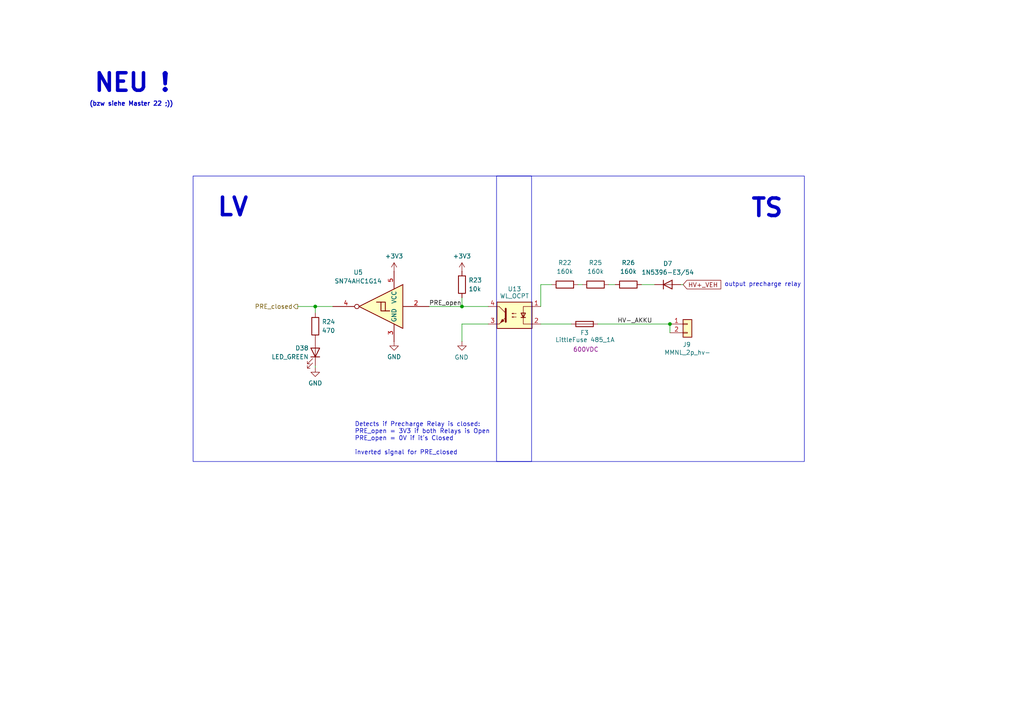
<source format=kicad_sch>
(kicad_sch
	(version 20231120)
	(generator "eeschema")
	(generator_version "8.0")
	(uuid "147e6aec-331a-4a67-bc56-2e8ecabcaa8b")
	(paper "A4")
	(lib_symbols
		(symbol "74xGxx:74LVC1G14"
			(exclude_from_sim no)
			(in_bom yes)
			(on_board yes)
			(property "Reference" "U"
				(at 0 3.81 0)
				(effects
					(font
						(size 1.27 1.27)
					)
					(justify left)
				)
			)
			(property "Value" "74LVC1G14"
				(at 0 -3.81 0)
				(effects
					(font
						(size 1.27 1.27)
					)
					(justify left)
				)
			)
			(property "Footprint" ""
				(at 0 0 0)
				(effects
					(font
						(size 1.27 1.27)
					)
					(hide yes)
				)
			)
			(property "Datasheet" "https://www.ti.com/lit/sg/scyt129e/scyt129e.pdf"
				(at 0 -6.35 0)
				(effects
					(font
						(size 1.27 1.27)
					)
					(justify left)
					(hide yes)
				)
			)
			(property "Description" "Single Schmitt NOT Gate, Low-Voltage CMOS"
				(at 0 0 0)
				(effects
					(font
						(size 1.27 1.27)
					)
					(hide yes)
				)
			)
			(property "ki_keywords" "Single Gate NOT Schmitt LVC CMOS"
				(at 0 0 0)
				(effects
					(font
						(size 1.27 1.27)
					)
					(hide yes)
				)
			)
			(property "ki_fp_filters" "SOT?23* SOT?553*"
				(at 0 0 0)
				(effects
					(font
						(size 1.27 1.27)
					)
					(hide yes)
				)
			)
			(symbol "74LVC1G14_0_1"
				(polyline
					(pts
						(xy -7.62 6.35) (xy -7.62 -6.35) (xy 5.08 0) (xy -7.62 6.35)
					)
					(stroke
						(width 0.254)
						(type default)
					)
					(fill
						(type background)
					)
				)
			)
			(symbol "74LVC1G14_1_1"
				(polyline
					(pts
						(xy -3.81 -1.27) (xy -1.27 -1.27) (xy -1.27 1.27)
					)
					(stroke
						(width 0.254)
						(type default)
					)
					(fill
						(type none)
					)
				)
				(polyline
					(pts
						(xy -2.54 -1.27) (xy -2.54 1.27) (xy 0 1.27)
					)
					(stroke
						(width 0.254)
						(type default)
					)
					(fill
						(type none)
					)
				)
				(pin no_connect line
					(at -7.62 5.08 180)
					(length 5.08) hide
					(name "NC"
						(effects
							(font
								(size 1.27 1.27)
							)
						)
					)
					(number "1"
						(effects
							(font
								(size 1.27 1.27)
							)
						)
					)
				)
				(pin input line
					(at -15.24 0 0)
					(length 7.62)
					(name "~"
						(effects
							(font
								(size 1.27 1.27)
							)
						)
					)
					(number "2"
						(effects
							(font
								(size 1.27 1.27)
							)
						)
					)
				)
				(pin power_in line
					(at -5.08 -10.16 90)
					(length 5.08)
					(name "GND"
						(effects
							(font
								(size 1.27 1.27)
							)
						)
					)
					(number "3"
						(effects
							(font
								(size 1.27 1.27)
							)
						)
					)
				)
				(pin output inverted
					(at 12.7 0 180)
					(length 7.62)
					(name "~"
						(effects
							(font
								(size 1.27 1.27)
							)
						)
					)
					(number "4"
						(effects
							(font
								(size 1.27 1.27)
							)
						)
					)
				)
				(pin power_in line
					(at -5.08 10.16 270)
					(length 5.08)
					(name "VCC"
						(effects
							(font
								(size 1.27 1.27)
							)
						)
					)
					(number "5"
						(effects
							(font
								(size 1.27 1.27)
							)
						)
					)
				)
			)
		)
		(symbol "Connector_Generic:Conn_01x02"
			(pin_names
				(offset 1.016) hide)
			(exclude_from_sim no)
			(in_bom yes)
			(on_board yes)
			(property "Reference" "J"
				(at 0 2.54 0)
				(effects
					(font
						(size 1.27 1.27)
					)
				)
			)
			(property "Value" "Conn_01x02"
				(at 0 -5.08 0)
				(effects
					(font
						(size 1.27 1.27)
					)
				)
			)
			(property "Footprint" ""
				(at 0 0 0)
				(effects
					(font
						(size 1.27 1.27)
					)
					(hide yes)
				)
			)
			(property "Datasheet" "~"
				(at 0 0 0)
				(effects
					(font
						(size 1.27 1.27)
					)
					(hide yes)
				)
			)
			(property "Description" "Generic connector, single row, 01x02, script generated (kicad-library-utils/schlib/autogen/connector/)"
				(at 0 0 0)
				(effects
					(font
						(size 1.27 1.27)
					)
					(hide yes)
				)
			)
			(property "ki_keywords" "connector"
				(at 0 0 0)
				(effects
					(font
						(size 1.27 1.27)
					)
					(hide yes)
				)
			)
			(property "ki_fp_filters" "Connector*:*_1x??_*"
				(at 0 0 0)
				(effects
					(font
						(size 1.27 1.27)
					)
					(hide yes)
				)
			)
			(symbol "Conn_01x02_1_1"
				(rectangle
					(start -1.27 -2.413)
					(end 0 -2.667)
					(stroke
						(width 0.1524)
						(type default)
					)
					(fill
						(type none)
					)
				)
				(rectangle
					(start -1.27 0.127)
					(end 0 -0.127)
					(stroke
						(width 0.1524)
						(type default)
					)
					(fill
						(type none)
					)
				)
				(rectangle
					(start -1.27 1.27)
					(end 1.27 -3.81)
					(stroke
						(width 0.254)
						(type default)
					)
					(fill
						(type background)
					)
				)
				(pin passive line
					(at -5.08 0 0)
					(length 3.81)
					(name "Pin_1"
						(effects
							(font
								(size 1.27 1.27)
							)
						)
					)
					(number "1"
						(effects
							(font
								(size 1.27 1.27)
							)
						)
					)
				)
				(pin passive line
					(at -5.08 -2.54 0)
					(length 3.81)
					(name "Pin_2"
						(effects
							(font
								(size 1.27 1.27)
							)
						)
					)
					(number "2"
						(effects
							(font
								(size 1.27 1.27)
							)
						)
					)
				)
			)
		)
		(symbol "Device:D"
			(pin_numbers hide)
			(pin_names
				(offset 1.016) hide)
			(exclude_from_sim no)
			(in_bom yes)
			(on_board yes)
			(property "Reference" "D"
				(at 0 2.54 0)
				(effects
					(font
						(size 1.27 1.27)
					)
				)
			)
			(property "Value" "D"
				(at 0 -2.54 0)
				(effects
					(font
						(size 1.27 1.27)
					)
				)
			)
			(property "Footprint" ""
				(at 0 0 0)
				(effects
					(font
						(size 1.27 1.27)
					)
					(hide yes)
				)
			)
			(property "Datasheet" "~"
				(at 0 0 0)
				(effects
					(font
						(size 1.27 1.27)
					)
					(hide yes)
				)
			)
			(property "Description" "Diode"
				(at 0 0 0)
				(effects
					(font
						(size 1.27 1.27)
					)
					(hide yes)
				)
			)
			(property "ki_keywords" "diode"
				(at 0 0 0)
				(effects
					(font
						(size 1.27 1.27)
					)
					(hide yes)
				)
			)
			(property "ki_fp_filters" "TO-???* *_Diode_* *SingleDiode* D_*"
				(at 0 0 0)
				(effects
					(font
						(size 1.27 1.27)
					)
					(hide yes)
				)
			)
			(symbol "D_0_1"
				(polyline
					(pts
						(xy -1.27 1.27) (xy -1.27 -1.27)
					)
					(stroke
						(width 0.254)
						(type default)
					)
					(fill
						(type none)
					)
				)
				(polyline
					(pts
						(xy 1.27 0) (xy -1.27 0)
					)
					(stroke
						(width 0)
						(type default)
					)
					(fill
						(type none)
					)
				)
				(polyline
					(pts
						(xy 1.27 1.27) (xy 1.27 -1.27) (xy -1.27 0) (xy 1.27 1.27)
					)
					(stroke
						(width 0.254)
						(type default)
					)
					(fill
						(type none)
					)
				)
			)
			(symbol "D_1_1"
				(pin passive line
					(at -3.81 0 0)
					(length 2.54)
					(name "K"
						(effects
							(font
								(size 1.27 1.27)
							)
						)
					)
					(number "1"
						(effects
							(font
								(size 1.27 1.27)
							)
						)
					)
				)
				(pin passive line
					(at 3.81 0 180)
					(length 2.54)
					(name "A"
						(effects
							(font
								(size 1.27 1.27)
							)
						)
					)
					(number "2"
						(effects
							(font
								(size 1.27 1.27)
							)
						)
					)
				)
			)
		)
		(symbol "Device:LED"
			(pin_numbers hide)
			(pin_names
				(offset 1.016) hide)
			(exclude_from_sim no)
			(in_bom yes)
			(on_board yes)
			(property "Reference" "D"
				(at 0 2.54 0)
				(effects
					(font
						(size 1.27 1.27)
					)
				)
			)
			(property "Value" "LED"
				(at 0 -2.54 0)
				(effects
					(font
						(size 1.27 1.27)
					)
				)
			)
			(property "Footprint" ""
				(at 0 0 0)
				(effects
					(font
						(size 1.27 1.27)
					)
					(hide yes)
				)
			)
			(property "Datasheet" "~"
				(at 0 0 0)
				(effects
					(font
						(size 1.27 1.27)
					)
					(hide yes)
				)
			)
			(property "Description" "Light emitting diode"
				(at 0 0 0)
				(effects
					(font
						(size 1.27 1.27)
					)
					(hide yes)
				)
			)
			(property "ki_keywords" "LED diode"
				(at 0 0 0)
				(effects
					(font
						(size 1.27 1.27)
					)
					(hide yes)
				)
			)
			(property "ki_fp_filters" "LED* LED_SMD:* LED_THT:*"
				(at 0 0 0)
				(effects
					(font
						(size 1.27 1.27)
					)
					(hide yes)
				)
			)
			(symbol "LED_0_1"
				(polyline
					(pts
						(xy -1.27 -1.27) (xy -1.27 1.27)
					)
					(stroke
						(width 0.254)
						(type default)
					)
					(fill
						(type none)
					)
				)
				(polyline
					(pts
						(xy -1.27 0) (xy 1.27 0)
					)
					(stroke
						(width 0)
						(type default)
					)
					(fill
						(type none)
					)
				)
				(polyline
					(pts
						(xy 1.27 -1.27) (xy 1.27 1.27) (xy -1.27 0) (xy 1.27 -1.27)
					)
					(stroke
						(width 0.254)
						(type default)
					)
					(fill
						(type none)
					)
				)
				(polyline
					(pts
						(xy -3.048 -0.762) (xy -4.572 -2.286) (xy -3.81 -2.286) (xy -4.572 -2.286) (xy -4.572 -1.524)
					)
					(stroke
						(width 0)
						(type default)
					)
					(fill
						(type none)
					)
				)
				(polyline
					(pts
						(xy -1.778 -0.762) (xy -3.302 -2.286) (xy -2.54 -2.286) (xy -3.302 -2.286) (xy -3.302 -1.524)
					)
					(stroke
						(width 0)
						(type default)
					)
					(fill
						(type none)
					)
				)
			)
			(symbol "LED_1_1"
				(pin passive line
					(at -3.81 0 0)
					(length 2.54)
					(name "K"
						(effects
							(font
								(size 1.27 1.27)
							)
						)
					)
					(number "1"
						(effects
							(font
								(size 1.27 1.27)
							)
						)
					)
				)
				(pin passive line
					(at 3.81 0 180)
					(length 2.54)
					(name "A"
						(effects
							(font
								(size 1.27 1.27)
							)
						)
					)
					(number "2"
						(effects
							(font
								(size 1.27 1.27)
							)
						)
					)
				)
			)
		)
		(symbol "Device:R"
			(pin_numbers hide)
			(pin_names
				(offset 0)
			)
			(exclude_from_sim no)
			(in_bom yes)
			(on_board yes)
			(property "Reference" "R"
				(at 2.032 0 90)
				(effects
					(font
						(size 1.27 1.27)
					)
				)
			)
			(property "Value" "R"
				(at 0 0 90)
				(effects
					(font
						(size 1.27 1.27)
					)
				)
			)
			(property "Footprint" ""
				(at -1.778 0 90)
				(effects
					(font
						(size 1.27 1.27)
					)
					(hide yes)
				)
			)
			(property "Datasheet" "~"
				(at 0 0 0)
				(effects
					(font
						(size 1.27 1.27)
					)
					(hide yes)
				)
			)
			(property "Description" "Resistor"
				(at 0 0 0)
				(effects
					(font
						(size 1.27 1.27)
					)
					(hide yes)
				)
			)
			(property "ki_keywords" "R res resistor"
				(at 0 0 0)
				(effects
					(font
						(size 1.27 1.27)
					)
					(hide yes)
				)
			)
			(property "ki_fp_filters" "R_*"
				(at 0 0 0)
				(effects
					(font
						(size 1.27 1.27)
					)
					(hide yes)
				)
			)
			(symbol "R_0_1"
				(rectangle
					(start -1.016 -2.54)
					(end 1.016 2.54)
					(stroke
						(width 0.254)
						(type default)
					)
					(fill
						(type none)
					)
				)
			)
			(symbol "R_1_1"
				(pin passive line
					(at 0 3.81 270)
					(length 1.27)
					(name "~"
						(effects
							(font
								(size 1.27 1.27)
							)
						)
					)
					(number "1"
						(effects
							(font
								(size 1.27 1.27)
							)
						)
					)
				)
				(pin passive line
					(at 0 -3.81 90)
					(length 1.27)
					(name "~"
						(effects
							(font
								(size 1.27 1.27)
							)
						)
					)
					(number "2"
						(effects
							(font
								(size 1.27 1.27)
							)
						)
					)
				)
			)
		)
		(symbol "FaSTTUBe_Fuses:485_1A"
			(pin_numbers hide)
			(pin_names
				(offset 0)
			)
			(exclude_from_sim no)
			(in_bom yes)
			(on_board yes)
			(property "Reference" "F"
				(at 2.032 0 90)
				(effects
					(font
						(size 1.27 1.27)
					)
				)
			)
			(property "Value" "485_1A"
				(at -5.08 0 90)
				(effects
					(font
						(size 1.27 1.27)
					)
				)
			)
			(property "Footprint" "FaSTTUBe_Fuses:Littelfuse_485"
				(at 5.08 0 90)
				(effects
					(font
						(size 1.27 1.27)
					)
					(hide yes)
				)
			)
			(property "Datasheet" "~"
				(at 0 0 0)
				(effects
					(font
						(size 1.27 1.27)
					)
					(hide yes)
				)
			)
			(property "Description" "Littelfuse 485 Series 600Vdc, 1A"
				(at 0 0 0)
				(effects
					(font
						(size 1.27 1.27)
					)
					(hide yes)
				)
			)
			(property "Voltage" "600VDC"
				(at -2.54 0 90)
				(effects
					(font
						(size 1.27 1.27)
					)
				)
			)
			(property "ki_keywords" "fuse"
				(at 0 0 0)
				(effects
					(font
						(size 1.27 1.27)
					)
					(hide yes)
				)
			)
			(property "ki_fp_filters" "*Fuse*"
				(at 0 0 0)
				(effects
					(font
						(size 1.27 1.27)
					)
					(hide yes)
				)
			)
			(symbol "485_1A_0_1"
				(rectangle
					(start -0.762 -2.54)
					(end 0.762 2.54)
					(stroke
						(width 0.254)
						(type default)
					)
					(fill
						(type none)
					)
				)
				(polyline
					(pts
						(xy 0 2.54) (xy 0 -2.54)
					)
					(stroke
						(width 0)
						(type default)
					)
					(fill
						(type none)
					)
				)
			)
			(symbol "485_1A_1_1"
				(pin passive line
					(at 0 3.81 270)
					(length 1.27)
					(name "~"
						(effects
							(font
								(size 1.27 1.27)
							)
						)
					)
					(number "1"
						(effects
							(font
								(size 1.27 1.27)
							)
						)
					)
				)
				(pin passive line
					(at 0 -3.81 90)
					(length 1.27)
					(name "~"
						(effects
							(font
								(size 1.27 1.27)
							)
						)
					)
					(number "2"
						(effects
							(font
								(size 1.27 1.27)
							)
						)
					)
				)
			)
		)
		(symbol "Isolator:FODM217A"
			(exclude_from_sim no)
			(in_bom yes)
			(on_board yes)
			(property "Reference" "U4"
				(at 1.27 7.62 0)
				(effects
					(font
						(size 1.27 1.27)
					)
				)
			)
			(property "Value" "WL_OCDA"
				(at 1.27 5.588 0)
				(effects
					(font
						(size 1.27 1.27)
					)
				)
			)
			(property "Footprint" "Package_SO:SOP-4_4.4x2.6mm_P1.27mm"
				(at 0 -5.08 0)
				(effects
					(font
						(size 1.27 1.27)
						(italic yes)
					)
					(hide yes)
				)
			)
			(property "Datasheet" ""
				(at 0 0 0)
				(effects
					(font
						(size 1.27 1.27)
					)
					(justify left)
					(hide yes)
				)
			)
			(property "Description" "141352145000"
				(at 0 0 0)
				(effects
					(font
						(size 1.27 1.27)
					)
					(hide yes)
				)
			)
			(property "ki_keywords" "DC Phototransistor Optocoupler"
				(at 0 0 0)
				(effects
					(font
						(size 1.27 1.27)
					)
					(hide yes)
				)
			)
			(property "ki_fp_filters" "SOP*4.4x2.6mm*P1.27mm*"
				(at 0 0 0)
				(effects
					(font
						(size 1.27 1.27)
					)
					(hide yes)
				)
			)
			(symbol "FODM217A_0_1"
				(rectangle
					(start -5.08 3.81)
					(end 5.08 -3.81)
					(stroke
						(width 0.254)
						(type default)
					)
					(fill
						(type background)
					)
				)
				(polyline
					(pts
						(xy -3.175 -0.635) (xy -1.905 -0.635)
					)
					(stroke
						(width 0.254)
						(type default)
					)
					(fill
						(type none)
					)
				)
				(polyline
					(pts
						(xy 2.54 0.635) (xy 4.445 2.54)
					)
					(stroke
						(width 0)
						(type default)
					)
					(fill
						(type none)
					)
				)
				(polyline
					(pts
						(xy 4.445 -2.54) (xy 2.54 -0.635)
					)
					(stroke
						(width 0)
						(type default)
					)
					(fill
						(type outline)
					)
				)
				(polyline
					(pts
						(xy 4.445 -2.54) (xy 5.08 -2.54)
					)
					(stroke
						(width 0)
						(type default)
					)
					(fill
						(type none)
					)
				)
				(polyline
					(pts
						(xy 4.445 2.54) (xy 5.08 2.54)
					)
					(stroke
						(width 0)
						(type default)
					)
					(fill
						(type none)
					)
				)
				(polyline
					(pts
						(xy -5.08 2.54) (xy -2.54 2.54) (xy -2.54 -0.635)
					)
					(stroke
						(width 0)
						(type default)
					)
					(fill
						(type none)
					)
				)
				(polyline
					(pts
						(xy -2.54 -0.635) (xy -2.54 -2.54) (xy -5.08 -2.54)
					)
					(stroke
						(width 0)
						(type default)
					)
					(fill
						(type none)
					)
				)
				(polyline
					(pts
						(xy 2.54 1.905) (xy 2.54 -1.905) (xy 2.54 -1.905)
					)
					(stroke
						(width 0.508)
						(type default)
					)
					(fill
						(type none)
					)
				)
				(polyline
					(pts
						(xy -2.54 -0.635) (xy -3.175 0.635) (xy -1.905 0.635) (xy -2.54 -0.635)
					)
					(stroke
						(width 0.254)
						(type default)
					)
					(fill
						(type none)
					)
				)
				(polyline
					(pts
						(xy -0.508 -0.508) (xy 0.762 -0.508) (xy 0.381 -0.635) (xy 0.381 -0.381) (xy 0.762 -0.508)
					)
					(stroke
						(width 0)
						(type default)
					)
					(fill
						(type none)
					)
				)
				(polyline
					(pts
						(xy -0.508 0.508) (xy 0.762 0.508) (xy 0.381 0.381) (xy 0.381 0.635) (xy 0.762 0.508)
					)
					(stroke
						(width 0)
						(type default)
					)
					(fill
						(type none)
					)
				)
				(polyline
					(pts
						(xy 3.048 -1.651) (xy 3.556 -1.143) (xy 4.064 -2.159) (xy 3.048 -1.651) (xy 3.048 -1.651)
					)
					(stroke
						(width 0)
						(type default)
					)
					(fill
						(type outline)
					)
				)
			)
			(symbol "FODM217A_1_1"
				(pin passive line
					(at -7.62 2.54 0)
					(length 2.54)
					(name "~"
						(effects
							(font
								(size 1.27 1.27)
							)
						)
					)
					(number "1"
						(effects
							(font
								(size 1.27 1.27)
							)
						)
					)
				)
				(pin passive line
					(at -7.62 -2.54 0)
					(length 2.54)
					(name "~"
						(effects
							(font
								(size 1.27 1.27)
							)
						)
					)
					(number "2"
						(effects
							(font
								(size 1.27 1.27)
							)
						)
					)
				)
				(pin passive line
					(at 7.62 -2.54 180)
					(length 2.54)
					(name "~"
						(effects
							(font
								(size 1.27 1.27)
							)
						)
					)
					(number "3"
						(effects
							(font
								(size 1.27 1.27)
							)
						)
					)
				)
				(pin passive line
					(at 7.62 2.54 180)
					(length 2.54)
					(name "~"
						(effects
							(font
								(size 1.27 1.27)
							)
						)
					)
					(number "4"
						(effects
							(font
								(size 1.27 1.27)
							)
						)
					)
				)
			)
		)
		(symbol "power:+3V3"
			(power)
			(pin_numbers hide)
			(pin_names
				(offset 0) hide)
			(exclude_from_sim no)
			(in_bom yes)
			(on_board yes)
			(property "Reference" "#PWR"
				(at 0 -3.81 0)
				(effects
					(font
						(size 1.27 1.27)
					)
					(hide yes)
				)
			)
			(property "Value" "+3V3"
				(at 0 3.556 0)
				(effects
					(font
						(size 1.27 1.27)
					)
				)
			)
			(property "Footprint" ""
				(at 0 0 0)
				(effects
					(font
						(size 1.27 1.27)
					)
					(hide yes)
				)
			)
			(property "Datasheet" ""
				(at 0 0 0)
				(effects
					(font
						(size 1.27 1.27)
					)
					(hide yes)
				)
			)
			(property "Description" "Power symbol creates a global label with name \"+3V3\""
				(at 0 0 0)
				(effects
					(font
						(size 1.27 1.27)
					)
					(hide yes)
				)
			)
			(property "ki_keywords" "global power"
				(at 0 0 0)
				(effects
					(font
						(size 1.27 1.27)
					)
					(hide yes)
				)
			)
			(symbol "+3V3_0_1"
				(polyline
					(pts
						(xy -0.762 1.27) (xy 0 2.54)
					)
					(stroke
						(width 0)
						(type default)
					)
					(fill
						(type none)
					)
				)
				(polyline
					(pts
						(xy 0 0) (xy 0 2.54)
					)
					(stroke
						(width 0)
						(type default)
					)
					(fill
						(type none)
					)
				)
				(polyline
					(pts
						(xy 0 2.54) (xy 0.762 1.27)
					)
					(stroke
						(width 0)
						(type default)
					)
					(fill
						(type none)
					)
				)
			)
			(symbol "+3V3_1_1"
				(pin power_in line
					(at 0 0 90)
					(length 0)
					(name "~"
						(effects
							(font
								(size 1.27 1.27)
							)
						)
					)
					(number "1"
						(effects
							(font
								(size 1.27 1.27)
							)
						)
					)
				)
			)
		)
		(symbol "power:GND"
			(power)
			(pin_numbers hide)
			(pin_names
				(offset 0) hide)
			(exclude_from_sim no)
			(in_bom yes)
			(on_board yes)
			(property "Reference" "#PWR"
				(at 0 -6.35 0)
				(effects
					(font
						(size 1.27 1.27)
					)
					(hide yes)
				)
			)
			(property "Value" "GND"
				(at 0 -3.81 0)
				(effects
					(font
						(size 1.27 1.27)
					)
				)
			)
			(property "Footprint" ""
				(at 0 0 0)
				(effects
					(font
						(size 1.27 1.27)
					)
					(hide yes)
				)
			)
			(property "Datasheet" ""
				(at 0 0 0)
				(effects
					(font
						(size 1.27 1.27)
					)
					(hide yes)
				)
			)
			(property "Description" "Power symbol creates a global label with name \"GND\" , ground"
				(at 0 0 0)
				(effects
					(font
						(size 1.27 1.27)
					)
					(hide yes)
				)
			)
			(property "ki_keywords" "global power"
				(at 0 0 0)
				(effects
					(font
						(size 1.27 1.27)
					)
					(hide yes)
				)
			)
			(symbol "GND_0_1"
				(polyline
					(pts
						(xy 0 0) (xy 0 -1.27) (xy 1.27 -1.27) (xy 0 -2.54) (xy -1.27 -1.27) (xy 0 -1.27)
					)
					(stroke
						(width 0)
						(type default)
					)
					(fill
						(type none)
					)
				)
			)
			(symbol "GND_1_1"
				(pin power_in line
					(at 0 0 270)
					(length 0)
					(name "~"
						(effects
							(font
								(size 1.27 1.27)
							)
						)
					)
					(number "1"
						(effects
							(font
								(size 1.27 1.27)
							)
						)
					)
				)
			)
		)
	)
	(junction
		(at 91.44 88.9)
		(diameter 0)
		(color 0 0 0 0)
		(uuid "35e71489-103b-489c-bf28-4add031872bd")
	)
	(junction
		(at 194.31 93.98)
		(diameter 0)
		(color 0 0 0 0)
		(uuid "4317e541-6f8d-4f01-813e-5bb5a099a361")
	)
	(junction
		(at 133.985 88.9)
		(diameter 0)
		(color 0 0 0 0)
		(uuid "aff52593-fe9b-4106-be42-eca1bdbd7136")
	)
	(wire
		(pts
			(xy 91.44 106.045) (xy 91.44 106.68)
		)
		(stroke
			(width 0)
			(type default)
		)
		(uuid "099d646a-0d9e-442c-a37b-186715f471bb")
	)
	(wire
		(pts
			(xy 133.985 93.98) (xy 141.605 93.98)
		)
		(stroke
			(width 0)
			(type default)
		)
		(uuid "201db322-0606-4b3e-816f-3d2d2361de79")
	)
	(wire
		(pts
			(xy 173.355 93.98) (xy 194.31 93.98)
		)
		(stroke
			(width 0)
			(type default)
		)
		(uuid "21c922c4-52b3-4aef-8b9c-24a5339fbc0e")
	)
	(wire
		(pts
			(xy 91.44 90.805) (xy 91.44 88.9)
		)
		(stroke
			(width 0)
			(type default)
		)
		(uuid "2b74c7f5-29e3-43c6-9b8e-a3c4028200ac")
	)
	(wire
		(pts
			(xy 176.53 82.55) (xy 178.435 82.55)
		)
		(stroke
			(width 0)
			(type default)
		)
		(uuid "2cf17f9d-09cd-4cf4-a107-3c1a1b2f52b8")
	)
	(wire
		(pts
			(xy 133.985 86.36) (xy 133.985 88.9)
		)
		(stroke
			(width 0)
			(type default)
		)
		(uuid "3a531193-fc45-429f-9f0b-66d491d3c12b")
	)
	(wire
		(pts
			(xy 197.485 82.55) (xy 198.12 82.55)
		)
		(stroke
			(width 0)
			(type default)
		)
		(uuid "3c1b7ab8-dc73-43a9-b854-0d74a410f323")
	)
	(wire
		(pts
			(xy 133.985 88.9) (xy 141.605 88.9)
		)
		(stroke
			(width 0)
			(type default)
		)
		(uuid "4fbaaa50-70b4-477c-a57a-c06d3f99dbce")
	)
	(wire
		(pts
			(xy 91.44 88.9) (xy 96.52 88.9)
		)
		(stroke
			(width 0)
			(type default)
		)
		(uuid "50869dfd-a745-49af-b179-508b0fbf13b2")
	)
	(wire
		(pts
			(xy 124.46 88.9) (xy 133.985 88.9)
		)
		(stroke
			(width 0)
			(type default)
		)
		(uuid "5f8646b3-ad87-4de0-95ef-1f655af90f5f")
	)
	(wire
		(pts
			(xy 194.31 93.98) (xy 194.31 96.52)
		)
		(stroke
			(width 0)
			(type default)
		)
		(uuid "6c5b4f5b-9046-41c3-8921-e56002edad84")
	)
	(wire
		(pts
			(xy 167.64 82.55) (xy 168.91 82.55)
		)
		(stroke
			(width 0)
			(type default)
		)
		(uuid "7912bf64-d739-4ff1-8d14-f38fd680be28")
	)
	(wire
		(pts
			(xy 86.36 88.9) (xy 91.44 88.9)
		)
		(stroke
			(width 0)
			(type default)
		)
		(uuid "7a893ff7-9d23-4a68-8c48-0f13785f7221")
	)
	(wire
		(pts
			(xy 156.845 93.98) (xy 165.735 93.98)
		)
		(stroke
			(width 0)
			(type default)
		)
		(uuid "7d9021ae-2354-449d-b4e8-b723040b4c85")
	)
	(wire
		(pts
			(xy 156.845 82.55) (xy 160.02 82.55)
		)
		(stroke
			(width 0)
			(type default)
		)
		(uuid "9b5a8e3a-a60e-435e-980b-88c13ae80855")
	)
	(wire
		(pts
			(xy 133.985 99.06) (xy 133.985 93.98)
		)
		(stroke
			(width 0)
			(type default)
		)
		(uuid "c5c25705-fa6d-4c19-8e85-464e6358d508")
	)
	(wire
		(pts
			(xy 186.055 82.55) (xy 189.865 82.55)
		)
		(stroke
			(width 0)
			(type default)
		)
		(uuid "df00384e-9a3c-41e3-bdcb-ceabb227761a")
	)
	(wire
		(pts
			(xy 156.845 82.55) (xy 156.845 88.9)
		)
		(stroke
			(width 0)
			(type default)
		)
		(uuid "e651083f-a660-4b21-bed2-5310f84d55dc")
	)
	(rectangle
		(start 144.018 51.054)
		(end 154.178 133.858)
		(stroke
			(width 0)
			(type default)
		)
		(fill
			(type none)
		)
		(uuid bd18933d-e4fb-45ca-b0c6-70fbd94acf38)
	)
	(rectangle
		(start 56.007 51.054)
		(end 233.299 133.858)
		(stroke
			(width 0)
			(type default)
		)
		(fill
			(type none)
		)
		(uuid cfa3ce83-a4c7-4028-a13b-f95170c7c6d6)
	)
	(text "output precharge relay"
		(exclude_from_sim no)
		(at 221.234 82.55 0)
		(effects
			(font
				(size 1.27 1.27)
			)
		)
		(uuid "1da9d064-f97b-4474-95a0-163f901aa209")
	)
	(text "(bzw siehe Master 22 ;))"
		(exclude_from_sim no)
		(at 38.1 30.226 0)
		(effects
			(font
				(size 1.27 1.27)
				(bold yes)
			)
		)
		(uuid "23a9f6c2-faff-41cb-a88f-a0612b5fe23e")
	)
	(text "LV"
		(exclude_from_sim no)
		(at 67.564 60.198 0)
		(effects
			(font
				(size 5.08 5.08)
				(thickness 1.016)
				(bold yes)
			)
		)
		(uuid "287bd5b3-90bf-47e8-a99a-1d46e3229eee")
	)
	(text "NEU !"
		(exclude_from_sim no)
		(at 38.354 24.13 0)
		(effects
			(font
				(size 5.08 5.08)
				(thickness 1.016)
				(bold yes)
			)
		)
		(uuid "8e2a41b3-a14d-47ea-b3fe-ca974fcea2aa")
	)
	(text "TS"
		(exclude_from_sim no)
		(at 222.504 60.452 0)
		(effects
			(font
				(size 5.08 5.08)
				(thickness 1.016)
				(bold yes)
			)
		)
		(uuid "b075c53d-92c9-456d-abf7-eed816b092d6")
	)
	(text "Detects if Precharge Relay is closed:\nPRE_open = 3V3 if both Relays is Open\nPRE_open = 0V if it's Closed \n\ninverted signal for PRE_closed "
		(exclude_from_sim no)
		(at 102.87 132.08 0)
		(effects
			(font
				(size 1.27 1.27)
			)
			(justify left bottom)
		)
		(uuid "fa040fa3-8415-4a12-97af-0141bc32cfd3")
	)
	(label "PRE_open"
		(at 124.46 88.9 0)
		(fields_autoplaced yes)
		(effects
			(font
				(size 1.27 1.27)
			)
			(justify left bottom)
		)
		(uuid "77c976a4-d558-4aae-8673-6405ed6f42eb")
	)
	(label "HV-_AKKU"
		(at 179.07 93.98 0)
		(fields_autoplaced yes)
		(effects
			(font
				(size 1.27 1.27)
			)
			(justify left bottom)
		)
		(uuid "95509a72-45dd-4cf0-ab2d-f7da0663a473")
	)
	(global_label "HV+_VEH"
		(shape input)
		(at 198.12 82.55 0)
		(fields_autoplaced yes)
		(effects
			(font
				(size 1.27 1.27)
			)
			(justify left)
		)
		(uuid "d02a03da-4633-4a77-a066-2272afd87b31")
		(property "Intersheetrefs" "${INTERSHEET_REFS}"
			(at 209.6324 82.55 0)
			(effects
				(font
					(size 1.27 1.27)
				)
				(justify left)
				(hide yes)
			)
		)
	)
	(hierarchical_label "PRE_closed"
		(shape output)
		(at 86.36 88.9 180)
		(fields_autoplaced yes)
		(effects
			(font
				(size 1.27 1.27)
			)
			(justify right)
		)
		(uuid "3f6aea03-b548-479e-aafe-ee682c3ed582")
	)
	(symbol
		(lib_id "Device:R")
		(at 182.245 82.55 270)
		(unit 1)
		(exclude_from_sim no)
		(in_bom yes)
		(on_board yes)
		(dnp no)
		(fields_autoplaced yes)
		(uuid "0b2c4d82-25df-49b9-8f12-655f27067865")
		(property "Reference" "R26"
			(at 182.245 76.2 90)
			(effects
				(font
					(size 1.27 1.27)
				)
			)
		)
		(property "Value" "160k"
			(at 182.245 78.74 90)
			(effects
				(font
					(size 1.27 1.27)
				)
			)
		)
		(property "Footprint" "Resistor_SMD:R_1206_3216Metric"
			(at 182.245 80.772 90)
			(effects
				(font
					(size 1.27 1.27)
				)
				(hide yes)
			)
		)
		(property "Datasheet" "~"
			(at 182.245 82.55 0)
			(effects
				(font
					(size 1.27 1.27)
				)
				(hide yes)
			)
		)
		(property "Description" "Resistor 500V"
			(at 182.245 82.55 0)
			(effects
				(font
					(size 1.27 1.27)
				)
				(hide yes)
			)
		)
		(pin "1"
			(uuid "31b162bd-6f84-48dc-bbe6-517ca5c4fb9a")
		)
		(pin "2"
			(uuid "65d1392c-a5b2-41ad-81b6-0e792c3e866d")
		)
		(instances
			(project "Master_FT25"
				(path "/e63e39d7-6ac0-4ffd-8aa3-1841a4541b55/5ce1aa0c-f98f-4b94-80bd-f188cf4c57de/cbda76e2-9a35-4c57-88fc-51fcf41776aa"
					(reference "R26")
					(unit 1)
				)
			)
		)
	)
	(symbol
		(lib_id "Device:R")
		(at 91.44 94.615 0)
		(unit 1)
		(exclude_from_sim no)
		(in_bom yes)
		(on_board yes)
		(dnp no)
		(fields_autoplaced yes)
		(uuid "3104ba72-246c-42e8-8cd4-03b963e106b5")
		(property "Reference" "R24"
			(at 93.345 93.3449 0)
			(effects
				(font
					(size 1.27 1.27)
				)
				(justify left)
			)
		)
		(property "Value" "470"
			(at 93.345 95.8849 0)
			(effects
				(font
					(size 1.27 1.27)
				)
				(justify left)
			)
		)
		(property "Footprint" "Resistor_SMD:R_0603_1608Metric"
			(at 89.662 94.615 90)
			(effects
				(font
					(size 1.27 1.27)
				)
				(hide yes)
			)
		)
		(property "Datasheet" "~"
			(at 91.44 94.615 0)
			(effects
				(font
					(size 1.27 1.27)
				)
				(hide yes)
			)
		)
		(property "Description" "Resistor"
			(at 91.44 94.615 0)
			(effects
				(font
					(size 1.27 1.27)
				)
				(hide yes)
			)
		)
		(pin "2"
			(uuid "810e63bf-b9c5-4d77-83c1-44898b288015")
		)
		(pin "1"
			(uuid "ab1b6d8f-a14b-40db-96ed-62e024f68006")
		)
		(instances
			(project "Master_FT25"
				(path "/e63e39d7-6ac0-4ffd-8aa3-1841a4541b55/5ce1aa0c-f98f-4b94-80bd-f188cf4c57de/cbda76e2-9a35-4c57-88fc-51fcf41776aa"
					(reference "R24")
					(unit 1)
				)
			)
		)
	)
	(symbol
		(lib_id "power:+3V3")
		(at 133.985 78.74 0)
		(unit 1)
		(exclude_from_sim no)
		(in_bom yes)
		(on_board yes)
		(dnp no)
		(fields_autoplaced yes)
		(uuid "36250160-559d-463c-b874-6e474f00b333")
		(property "Reference" "#PWR029"
			(at 133.985 82.55 0)
			(effects
				(font
					(size 1.27 1.27)
				)
				(hide yes)
			)
		)
		(property "Value" "+3V3"
			(at 133.985 74.295 0)
			(effects
				(font
					(size 1.27 1.27)
				)
			)
		)
		(property "Footprint" ""
			(at 133.985 78.74 0)
			(effects
				(font
					(size 1.27 1.27)
				)
				(hide yes)
			)
		)
		(property "Datasheet" ""
			(at 133.985 78.74 0)
			(effects
				(font
					(size 1.27 1.27)
				)
				(hide yes)
			)
		)
		(property "Description" "Power symbol creates a global label with name \"+3V3\""
			(at 133.985 78.74 0)
			(effects
				(font
					(size 1.27 1.27)
				)
				(hide yes)
			)
		)
		(pin "1"
			(uuid "8c862918-1457-40b7-9a79-bf5759fd8dea")
		)
		(instances
			(project "Master_FT25"
				(path "/e63e39d7-6ac0-4ffd-8aa3-1841a4541b55/5ce1aa0c-f98f-4b94-80bd-f188cf4c57de/cbda76e2-9a35-4c57-88fc-51fcf41776aa"
					(reference "#PWR029")
					(unit 1)
				)
			)
		)
	)
	(symbol
		(lib_id "power:GND")
		(at 91.44 106.68 0)
		(unit 1)
		(exclude_from_sim no)
		(in_bom yes)
		(on_board yes)
		(dnp no)
		(fields_autoplaced yes)
		(uuid "4e2944a2-b41a-43cf-9771-35871664078a")
		(property "Reference" "#PWR012"
			(at 91.44 113.03 0)
			(effects
				(font
					(size 1.27 1.27)
				)
				(hide yes)
			)
		)
		(property "Value" "GND"
			(at 91.44 111.125 0)
			(effects
				(font
					(size 1.27 1.27)
				)
			)
		)
		(property "Footprint" ""
			(at 91.44 106.68 0)
			(effects
				(font
					(size 1.27 1.27)
				)
				(hide yes)
			)
		)
		(property "Datasheet" ""
			(at 91.44 106.68 0)
			(effects
				(font
					(size 1.27 1.27)
				)
				(hide yes)
			)
		)
		(property "Description" "Power symbol creates a global label with name \"GND\" , ground"
			(at 91.44 106.68 0)
			(effects
				(font
					(size 1.27 1.27)
				)
				(hide yes)
			)
		)
		(pin "1"
			(uuid "504c4605-77e9-44d4-a90a-5f36250a54cd")
		)
		(instances
			(project "Master_FT25"
				(path "/e63e39d7-6ac0-4ffd-8aa3-1841a4541b55/5ce1aa0c-f98f-4b94-80bd-f188cf4c57de/cbda76e2-9a35-4c57-88fc-51fcf41776aa"
					(reference "#PWR012")
					(unit 1)
				)
			)
		)
	)
	(symbol
		(lib_id "FaSTTUBe_Fuses:485_1A")
		(at 169.545 93.98 270)
		(mirror x)
		(unit 1)
		(exclude_from_sim no)
		(in_bom yes)
		(on_board yes)
		(dnp no)
		(uuid "54ef7a2c-bf2f-43d8-b8a2-2e93bc8b6fd2")
		(property "Reference" "F3"
			(at 169.545 96.52 90)
			(effects
				(font
					(size 1.27 1.27)
				)
			)
		)
		(property "Value" "LittleFuse 485_1A"
			(at 169.672 98.552 90)
			(effects
				(font
					(size 1.27 1.27)
				)
			)
		)
		(property "Footprint" "FaSTTUBe_Fuses:Littelfuse_485"
			(at 169.545 88.9 90)
			(effects
				(font
					(size 1.27 1.27)
				)
				(hide yes)
			)
		)
		(property "Datasheet" "~"
			(at 169.545 93.98 0)
			(effects
				(font
					(size 1.27 1.27)
				)
				(hide yes)
			)
		)
		(property "Description" ""
			(at 169.545 93.98 0)
			(effects
				(font
					(size 1.27 1.27)
				)
				(hide yes)
			)
		)
		(property "Voltage" "600VDC"
			(at 169.926 101.346 90)
			(effects
				(font
					(size 1.27 1.27)
				)
			)
		)
		(pin "1"
			(uuid "bd4ffc8c-0d1c-402e-be92-623c7865d8a7")
		)
		(pin "2"
			(uuid "36e9931d-87d2-472d-9aa5-caa6f4e33320")
		)
		(instances
			(project "Master_FT25"
				(path "/e63e39d7-6ac0-4ffd-8aa3-1841a4541b55/5ce1aa0c-f98f-4b94-80bd-f188cf4c57de/cbda76e2-9a35-4c57-88fc-51fcf41776aa"
					(reference "F3")
					(unit 1)
				)
			)
		)
	)
	(symbol
		(lib_id "Isolator:FODM217A")
		(at 149.225 91.44 0)
		(mirror y)
		(unit 1)
		(exclude_from_sim no)
		(in_bom yes)
		(on_board yes)
		(dnp no)
		(uuid "5602afa6-f9ef-4f19-8f0f-ef4215cc8bf5")
		(property "Reference" "U13"
			(at 149.225 83.82 0)
			(effects
				(font
					(size 1.27 1.27)
				)
			)
		)
		(property "Value" "WL_OCPT"
			(at 149.225 85.852 0)
			(effects
				(font
					(size 1.27 1.27)
				)
			)
		)
		(property "Footprint" "Package_SO:SOP-4_3.8x4.1mm_P2.54mm"
			(at 149.225 96.52 0)
			(effects
				(font
					(size 1.27 1.27)
					(italic yes)
				)
				(hide yes)
			)
		)
		(property "Datasheet" "https://www.we-online.com/components/products/datasheet/140356145200.pdf"
			(at 149.225 91.44 0)
			(effects
				(font
					(size 1.27 1.27)
				)
				(justify left)
				(hide yes)
			)
		)
		(property "Description" "140356145200"
			(at 149.225 91.44 0)
			(effects
				(font
					(size 1.27 1.27)
				)
				(hide yes)
			)
		)
		(pin "3"
			(uuid "b8e5b9bf-22b7-4846-9a9d-56094a3542a6")
		)
		(pin "4"
			(uuid "d176df6a-a725-4a16-a173-71fce1c2b6bf")
		)
		(pin "1"
			(uuid "0905117f-a6f7-4e94-91b8-0877ecbfd52e")
		)
		(pin "2"
			(uuid "23164f79-1774-4e3e-af7b-d796103f05d8")
		)
		(instances
			(project "Master_FT25"
				(path "/e63e39d7-6ac0-4ffd-8aa3-1841a4541b55/5ce1aa0c-f98f-4b94-80bd-f188cf4c57de/cbda76e2-9a35-4c57-88fc-51fcf41776aa"
					(reference "U13")
					(unit 1)
				)
			)
		)
	)
	(symbol
		(lib_id "power:GND")
		(at 133.985 99.06 0)
		(unit 1)
		(exclude_from_sim no)
		(in_bom yes)
		(on_board yes)
		(dnp no)
		(uuid "56be2782-508a-40a7-b98e-8c5fbe8e7cb7")
		(property "Reference" "#PWR030"
			(at 133.985 105.41 0)
			(effects
				(font
					(size 1.27 1.27)
				)
				(hide yes)
			)
		)
		(property "Value" "GND"
			(at 133.858 103.632 0)
			(effects
				(font
					(size 1.27 1.27)
				)
			)
		)
		(property "Footprint" ""
			(at 133.985 99.06 0)
			(effects
				(font
					(size 1.27 1.27)
				)
				(hide yes)
			)
		)
		(property "Datasheet" ""
			(at 133.985 99.06 0)
			(effects
				(font
					(size 1.27 1.27)
				)
				(hide yes)
			)
		)
		(property "Description" "Power symbol creates a global label with name \"GND\" , ground"
			(at 133.985 99.06 0)
			(effects
				(font
					(size 1.27 1.27)
				)
				(hide yes)
			)
		)
		(pin "1"
			(uuid "856e22eb-8549-4877-8bd9-b3e24f15dc03")
		)
		(instances
			(project "Master_FT25"
				(path "/e63e39d7-6ac0-4ffd-8aa3-1841a4541b55/5ce1aa0c-f98f-4b94-80bd-f188cf4c57de/cbda76e2-9a35-4c57-88fc-51fcf41776aa"
					(reference "#PWR030")
					(unit 1)
				)
			)
		)
	)
	(symbol
		(lib_id "Device:D")
		(at 193.675 82.55 0)
		(unit 1)
		(exclude_from_sim no)
		(in_bom yes)
		(on_board yes)
		(dnp no)
		(uuid "636dc9ec-a29e-4e90-bfd2-97720cc58ee3")
		(property "Reference" "D7"
			(at 193.675 76.454 0)
			(effects
				(font
					(size 1.27 1.27)
				)
			)
		)
		(property "Value" "1N5396-E3/54"
			(at 193.675 78.994 0)
			(effects
				(font
					(size 1.27 1.27)
				)
			)
		)
		(property "Footprint" "Diode_THT:D_DO-41_SOD81_P12.70mm_Horizontal"
			(at 193.675 82.55 0)
			(effects
				(font
					(size 1.27 1.27)
				)
				(hide yes)
			)
		)
		(property "Datasheet" "https://www.vishay.com/docs/88514/1n5391.pdf"
			(at 193.675 82.55 0)
			(effects
				(font
					(size 1.27 1.27)
				)
				(hide yes)
			)
		)
		(property "Description" "500 V"
			(at 193.675 82.55 0)
			(effects
				(font
					(size 1.27 1.27)
				)
				(hide yes)
			)
		)
		(pin "1"
			(uuid "30e8bfff-b71d-46d3-b905-b64b1b5b4011")
		)
		(pin "2"
			(uuid "be9ec972-7872-4b3c-aa0e-70f92956a037")
		)
		(instances
			(project "Master_FT25"
				(path "/e63e39d7-6ac0-4ffd-8aa3-1841a4541b55/5ce1aa0c-f98f-4b94-80bd-f188cf4c57de/cbda76e2-9a35-4c57-88fc-51fcf41776aa"
					(reference "D7")
					(unit 1)
				)
			)
		)
	)
	(symbol
		(lib_id "74xGxx:74LVC1G14")
		(at 109.22 88.9 0)
		(mirror y)
		(unit 1)
		(exclude_from_sim no)
		(in_bom yes)
		(on_board yes)
		(dnp no)
		(uuid "96f2052c-9574-4678-872c-651316f79249")
		(property "Reference" "U5"
			(at 103.886 78.994 0)
			(effects
				(font
					(size 1.27 1.27)
				)
			)
		)
		(property "Value" "SN74AHC1G14"
			(at 103.886 81.534 0)
			(effects
				(font
					(size 1.27 1.27)
				)
			)
		)
		(property "Footprint" "74LVC1G14QW5-7:SOT95P285X140-5N"
			(at 109.22 88.9 0)
			(effects
				(font
					(size 1.27 1.27)
				)
				(hide yes)
			)
		)
		(property "Datasheet" "https://www.ti.com/lit/ds/symlink/sn74ahc1g14.pdf?ts=1739719766730&ref_url=https%253A%252F%252Fwww.google.nl%252F"
			(at 109.22 95.25 0)
			(effects
				(font
					(size 1.27 1.27)
				)
				(justify left)
				(hide yes)
			)
		)
		(property "Description" "Single Schmitt NOT Gate, Low-Voltage CMOS"
			(at 109.22 88.9 0)
			(effects
				(font
					(size 1.27 1.27)
				)
				(hide yes)
			)
		)
		(pin "2"
			(uuid "80969bc8-28d6-4ddd-b07b-83f8058c8c63")
		)
		(pin "3"
			(uuid "dc2ddb58-5cd7-4edf-a817-d34391ae954c")
		)
		(pin "4"
			(uuid "992539f5-d188-499d-89be-433c13c2a4f5")
		)
		(pin "1"
			(uuid "f0d41f6a-9652-43b0-abf7-afb1af2f766d")
		)
		(pin "5"
			(uuid "05b18038-1f69-4b5f-962e-aa847b09400a")
		)
		(instances
			(project "Master_FT25"
				(path "/e63e39d7-6ac0-4ffd-8aa3-1841a4541b55/5ce1aa0c-f98f-4b94-80bd-f188cf4c57de/cbda76e2-9a35-4c57-88fc-51fcf41776aa"
					(reference "U5")
					(unit 1)
				)
			)
		)
	)
	(symbol
		(lib_id "Connector_Generic:Conn_01x02")
		(at 199.39 93.98 0)
		(unit 1)
		(exclude_from_sim no)
		(in_bom yes)
		(on_board yes)
		(dnp no)
		(uuid "9719f5f2-8a02-4ad3-a444-4255ef9d06f3")
		(property "Reference" "J9"
			(at 197.993 99.949 0)
			(effects
				(font
					(size 1.27 1.27)
				)
				(justify left)
			)
		)
		(property "Value" "MMNL_2p_hv-"
			(at 192.659 102.235 0)
			(effects
				(font
					(size 1.27 1.27)
				)
				(justify left)
			)
		)
		(property "Footprint" "FaSTTUBe_connectors:Micro_Mate-N-Lok_2p_vertical"
			(at 199.39 93.98 0)
			(effects
				(font
					(size 1.27 1.27)
				)
				(hide yes)
			)
		)
		(property "Datasheet" "~"
			(at 199.39 93.98 0)
			(effects
				(font
					(size 1.27 1.27)
				)
				(hide yes)
			)
		)
		(property "Description" "Generic connector, single row, 01x02, script generated (kicad-library-utils/schlib/autogen/connector/)"
			(at 199.39 93.98 0)
			(effects
				(font
					(size 1.27 1.27)
				)
				(hide yes)
			)
		)
		(property "Silkscreen" "HV-_Akku"
			(at 199.39 93.98 0)
			(effects
				(font
					(size 1.27 1.27)
				)
				(hide yes)
			)
		)
		(pin "2"
			(uuid "5e3d013a-51e3-4ff2-b3fe-2bb0101be1b5")
		)
		(pin "1"
			(uuid "d1e5b3d7-b398-4b28-a4dd-2e5e1dc80369")
		)
		(instances
			(project "Master_FT25"
				(path "/e63e39d7-6ac0-4ffd-8aa3-1841a4541b55/5ce1aa0c-f98f-4b94-80bd-f188cf4c57de/cbda76e2-9a35-4c57-88fc-51fcf41776aa"
					(reference "J9")
					(unit 1)
				)
			)
		)
	)
	(symbol
		(lib_id "Device:LED")
		(at 91.44 102.235 270)
		(mirror x)
		(unit 1)
		(exclude_from_sim no)
		(in_bom yes)
		(on_board yes)
		(dnp no)
		(uuid "9ef335ab-5957-411a-8599-60057756f9fb")
		(property "Reference" "D38"
			(at 89.535 100.965 90)
			(effects
				(font
					(size 1.27 1.27)
				)
				(justify right)
			)
		)
		(property "Value" "LED_GREEN"
			(at 89.535 103.505 90)
			(effects
				(font
					(size 1.27 1.27)
				)
				(justify right)
			)
		)
		(property "Footprint" "LED_SMD:LED_0603_1608Metric"
			(at 91.44 102.235 0)
			(effects
				(font
					(size 1.27 1.27)
				)
				(hide yes)
			)
		)
		(property "Datasheet" "~"
			(at 91.44 102.235 0)
			(effects
				(font
					(size 1.27 1.27)
				)
				(hide yes)
			)
		)
		(property "Description" "Light emitting diode"
			(at 91.44 102.235 0)
			(effects
				(font
					(size 1.27 1.27)
				)
				(hide yes)
			)
		)
		(pin "1"
			(uuid "ef7519c0-50a6-4678-b2a6-d1e3e3199a59")
		)
		(pin "2"
			(uuid "100d8297-146a-489a-bf89-8f5f3f024b86")
		)
		(instances
			(project "Master_FT25"
				(path "/e63e39d7-6ac0-4ffd-8aa3-1841a4541b55/5ce1aa0c-f98f-4b94-80bd-f188cf4c57de/cbda76e2-9a35-4c57-88fc-51fcf41776aa"
					(reference "D38")
					(unit 1)
				)
			)
		)
	)
	(symbol
		(lib_id "Device:R")
		(at 133.985 82.55 0)
		(unit 1)
		(exclude_from_sim no)
		(in_bom yes)
		(on_board yes)
		(dnp no)
		(fields_autoplaced yes)
		(uuid "b6dac2bb-183b-499f-8a55-21b59ce7b168")
		(property "Reference" "R23"
			(at 135.89 81.2799 0)
			(effects
				(font
					(size 1.27 1.27)
				)
				(justify left)
			)
		)
		(property "Value" "10k"
			(at 135.89 83.8199 0)
			(effects
				(font
					(size 1.27 1.27)
				)
				(justify left)
			)
		)
		(property "Footprint" "Resistor_SMD:R_0603_1608Metric"
			(at 132.207 82.55 90)
			(effects
				(font
					(size 1.27 1.27)
				)
				(hide yes)
			)
		)
		(property "Datasheet" "~"
			(at 133.985 82.55 0)
			(effects
				(font
					(size 1.27 1.27)
				)
				(hide yes)
			)
		)
		(property "Description" "Resistor"
			(at 133.985 82.55 0)
			(effects
				(font
					(size 1.27 1.27)
				)
				(hide yes)
			)
		)
		(pin "1"
			(uuid "66d4712e-74cb-49e5-b16a-47526a6967fe")
		)
		(pin "2"
			(uuid "b986f659-d003-41a4-a3cc-351655a1382c")
		)
		(instances
			(project "Master_FT25"
				(path "/e63e39d7-6ac0-4ffd-8aa3-1841a4541b55/5ce1aa0c-f98f-4b94-80bd-f188cf4c57de/cbda76e2-9a35-4c57-88fc-51fcf41776aa"
					(reference "R23")
					(unit 1)
				)
			)
		)
	)
	(symbol
		(lib_id "power:GND")
		(at 114.3 99.06 0)
		(unit 1)
		(exclude_from_sim no)
		(in_bom yes)
		(on_board yes)
		(dnp no)
		(fields_autoplaced yes)
		(uuid "bab11eda-f883-48ef-b2bc-d988697a8456")
		(property "Reference" "#PWR09"
			(at 114.3 105.41 0)
			(effects
				(font
					(size 1.27 1.27)
				)
				(hide yes)
			)
		)
		(property "Value" "GND"
			(at 114.3 103.505 0)
			(effects
				(font
					(size 1.27 1.27)
				)
			)
		)
		(property "Footprint" ""
			(at 114.3 99.06 0)
			(effects
				(font
					(size 1.27 1.27)
				)
				(hide yes)
			)
		)
		(property "Datasheet" ""
			(at 114.3 99.06 0)
			(effects
				(font
					(size 1.27 1.27)
				)
				(hide yes)
			)
		)
		(property "Description" "Power symbol creates a global label with name \"GND\" , ground"
			(at 114.3 99.06 0)
			(effects
				(font
					(size 1.27 1.27)
				)
				(hide yes)
			)
		)
		(pin "1"
			(uuid "02ba0d9f-6e93-4e98-a0b7-595110d9f444")
		)
		(instances
			(project "Master_FT25"
				(path "/e63e39d7-6ac0-4ffd-8aa3-1841a4541b55/5ce1aa0c-f98f-4b94-80bd-f188cf4c57de/cbda76e2-9a35-4c57-88fc-51fcf41776aa"
					(reference "#PWR09")
					(unit 1)
				)
			)
		)
	)
	(symbol
		(lib_id "power:+3V3")
		(at 114.3 78.74 0)
		(unit 1)
		(exclude_from_sim no)
		(in_bom yes)
		(on_board yes)
		(dnp no)
		(fields_autoplaced yes)
		(uuid "ee07b8e5-fc00-4190-8d20-2d2f712e1528")
		(property "Reference" "#PWR08"
			(at 114.3 82.55 0)
			(effects
				(font
					(size 1.27 1.27)
				)
				(hide yes)
			)
		)
		(property "Value" "+3V3"
			(at 114.3 74.295 0)
			(effects
				(font
					(size 1.27 1.27)
				)
			)
		)
		(property "Footprint" ""
			(at 114.3 78.74 0)
			(effects
				(font
					(size 1.27 1.27)
				)
				(hide yes)
			)
		)
		(property "Datasheet" ""
			(at 114.3 78.74 0)
			(effects
				(font
					(size 1.27 1.27)
				)
				(hide yes)
			)
		)
		(property "Description" "Power symbol creates a global label with name \"+3V3\""
			(at 114.3 78.74 0)
			(effects
				(font
					(size 1.27 1.27)
				)
				(hide yes)
			)
		)
		(pin "1"
			(uuid "bfe21b6c-052a-48d8-b175-262f52622e52")
		)
		(instances
			(project "Master_FT25"
				(path "/e63e39d7-6ac0-4ffd-8aa3-1841a4541b55/5ce1aa0c-f98f-4b94-80bd-f188cf4c57de/cbda76e2-9a35-4c57-88fc-51fcf41776aa"
					(reference "#PWR08")
					(unit 1)
				)
			)
		)
	)
	(symbol
		(lib_id "Device:R")
		(at 163.83 82.55 270)
		(unit 1)
		(exclude_from_sim no)
		(in_bom yes)
		(on_board yes)
		(dnp no)
		(fields_autoplaced yes)
		(uuid "f2fa3891-5f4c-4e03-a00f-71ae3be0b749")
		(property "Reference" "R22"
			(at 163.83 76.2 90)
			(effects
				(font
					(size 1.27 1.27)
				)
			)
		)
		(property "Value" "160k"
			(at 163.83 78.74 90)
			(effects
				(font
					(size 1.27 1.27)
				)
			)
		)
		(property "Footprint" "Resistor_SMD:R_1206_3216Metric"
			(at 163.83 80.772 90)
			(effects
				(font
					(size 1.27 1.27)
				)
				(hide yes)
			)
		)
		(property "Datasheet" "~"
			(at 163.83 82.55 0)
			(effects
				(font
					(size 1.27 1.27)
				)
				(hide yes)
			)
		)
		(property "Description" "Resistor 500V"
			(at 163.83 82.55 0)
			(effects
				(font
					(size 1.27 1.27)
				)
				(hide yes)
			)
		)
		(pin "1"
			(uuid "6a0b96c2-14b1-4363-b3f0-636d3da81b3c")
		)
		(pin "2"
			(uuid "9da2d1b0-c768-465a-ac69-be5ad7373837")
		)
		(instances
			(project "Master_FT25"
				(path "/e63e39d7-6ac0-4ffd-8aa3-1841a4541b55/5ce1aa0c-f98f-4b94-80bd-f188cf4c57de/cbda76e2-9a35-4c57-88fc-51fcf41776aa"
					(reference "R22")
					(unit 1)
				)
			)
		)
	)
	(symbol
		(lib_id "Device:R")
		(at 172.72 82.55 270)
		(unit 1)
		(exclude_from_sim no)
		(in_bom yes)
		(on_board yes)
		(dnp no)
		(fields_autoplaced yes)
		(uuid "ff068258-5e8e-45b8-827e-07844c8e9d29")
		(property "Reference" "R25"
			(at 172.72 76.2 90)
			(effects
				(font
					(size 1.27 1.27)
				)
			)
		)
		(property "Value" "160k"
			(at 172.72 78.74 90)
			(effects
				(font
					(size 1.27 1.27)
				)
			)
		)
		(property "Footprint" "Resistor_SMD:R_1206_3216Metric"
			(at 172.72 80.772 90)
			(effects
				(font
					(size 1.27 1.27)
				)
				(hide yes)
			)
		)
		(property "Datasheet" "~"
			(at 172.72 82.55 0)
			(effects
				(font
					(size 1.27 1.27)
				)
				(hide yes)
			)
		)
		(property "Description" "Resistor 500V"
			(at 172.72 82.55 0)
			(effects
				(font
					(size 1.27 1.27)
				)
				(hide yes)
			)
		)
		(pin "1"
			(uuid "fd4e3a63-a173-4f90-be5c-b652cb18f0be")
		)
		(pin "2"
			(uuid "94a21468-4108-4c8c-9c31-d84a84668858")
		)
		(instances
			(project "Master_FT25"
				(path "/e63e39d7-6ac0-4ffd-8aa3-1841a4541b55/5ce1aa0c-f98f-4b94-80bd-f188cf4c57de/cbda76e2-9a35-4c57-88fc-51fcf41776aa"
					(reference "R25")
					(unit 1)
				)
			)
		)
	)
)

</source>
